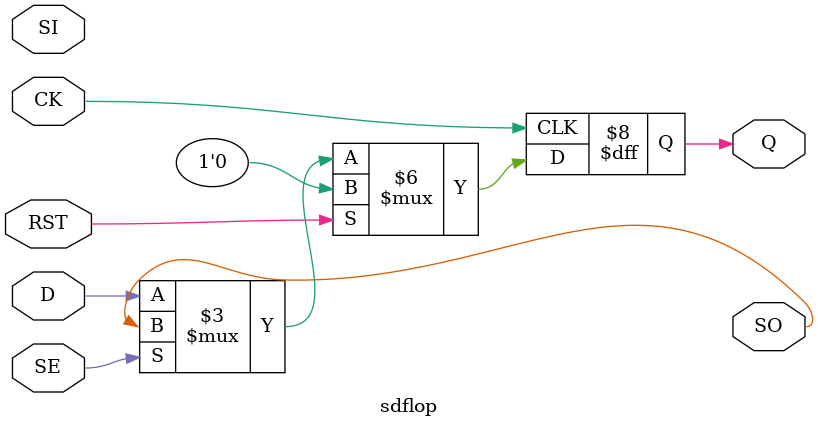
<source format=v>
module sdflop(D, SI, SE, CK, RST, Q, SO);
	input wire D, CK, SI, SE, RST;
	output Q,SO;
	
	always @ (posedge CK)
	begin 
	  if(RST)
	    Q <= 1'b0;
	  else if (SE) 	
	    Q <= SO;
	  else
	    Q <= D;
	  end
endmodule	  

</source>
